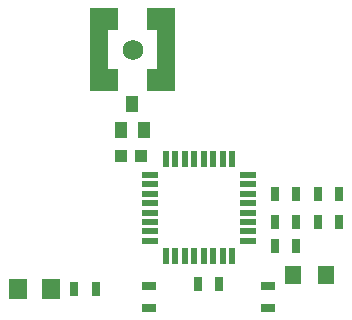
<source format=gtp>
G75*
%MOIN*%
%OFA0B0*%
%FSLAX25Y25*%
%IPPOS*%
%LPD*%
%AMOC8*
5,1,8,0,0,1.08239X$1,22.5*
%
%ADD10R,0.03150X0.04724*%
%ADD11R,0.04724X0.03150*%
%ADD12R,0.05512X0.06299*%
%ADD13R,0.06299X0.07098*%
%ADD14R,0.05800X0.02000*%
%ADD15R,0.02000X0.05800*%
%ADD16C,0.06811*%
%ADD17R,0.09252X0.07480*%
%ADD18R,0.05906X0.13386*%
%ADD19R,0.03937X0.05512*%
%ADD20R,0.04331X0.03937*%
D10*
X0046974Y0152469D03*
X0054061Y0152469D03*
X0088178Y0154093D03*
X0095265Y0154093D03*
X0113916Y0166859D03*
X0121003Y0166859D03*
X0120994Y0174809D03*
X0113908Y0174809D03*
X0113829Y0184290D03*
X0120916Y0184290D03*
X0128139Y0184265D03*
X0135225Y0184265D03*
X0135252Y0174807D03*
X0128165Y0174807D03*
D11*
X0071944Y0146273D03*
X0071944Y0153360D03*
X0111389Y0153353D03*
X0111389Y0146266D03*
D12*
X0119923Y0157298D03*
X0130946Y0157298D03*
D13*
X0039356Y0152458D03*
X0028159Y0152458D03*
D14*
X0072332Y0168502D03*
X0072332Y0171652D03*
X0072332Y0174802D03*
X0072332Y0177951D03*
X0072332Y0181101D03*
X0072332Y0184250D03*
X0072332Y0187400D03*
X0072332Y0190550D03*
X0104732Y0190550D03*
X0104732Y0187400D03*
X0104732Y0184250D03*
X0104732Y0181101D03*
X0104732Y0177951D03*
X0104732Y0174802D03*
X0104732Y0171652D03*
X0104732Y0168502D03*
D15*
X0099556Y0163326D03*
X0096406Y0163326D03*
X0093257Y0163326D03*
X0090107Y0163326D03*
X0086957Y0163326D03*
X0083808Y0163326D03*
X0080658Y0163326D03*
X0077509Y0163326D03*
X0077509Y0195726D03*
X0080658Y0195726D03*
X0083808Y0195726D03*
X0086957Y0195726D03*
X0090107Y0195726D03*
X0093257Y0195726D03*
X0096406Y0195726D03*
X0099556Y0195726D03*
D16*
X0066389Y0232234D03*
D17*
X0075739Y0242470D03*
X0057038Y0242470D03*
X0057038Y0221998D03*
X0075739Y0221998D03*
D18*
X0077412Y0232234D03*
X0055365Y0232234D03*
D19*
X0066367Y0214005D03*
X0070107Y0205343D03*
X0062627Y0205343D03*
D20*
X0062570Y0196926D03*
X0069263Y0196926D03*
M02*

</source>
